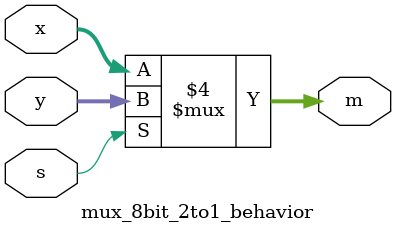
<source format=v>
`timescale 1ns / 1ps


module mux_8bit_2to1_behavior
#(parameter DATA_WIDTH = 8)
(
    input [(DATA_WIDTH - 1):0] x,
    input [(DATA_WIDTH - 1):0] y,
    input s,
    output reg [(DATA_WIDTH - 1):0] m
 );

    always @(x or y or s) begin
        if (s == 0) m = x;
        else m = y;
    end
endmodule

</source>
